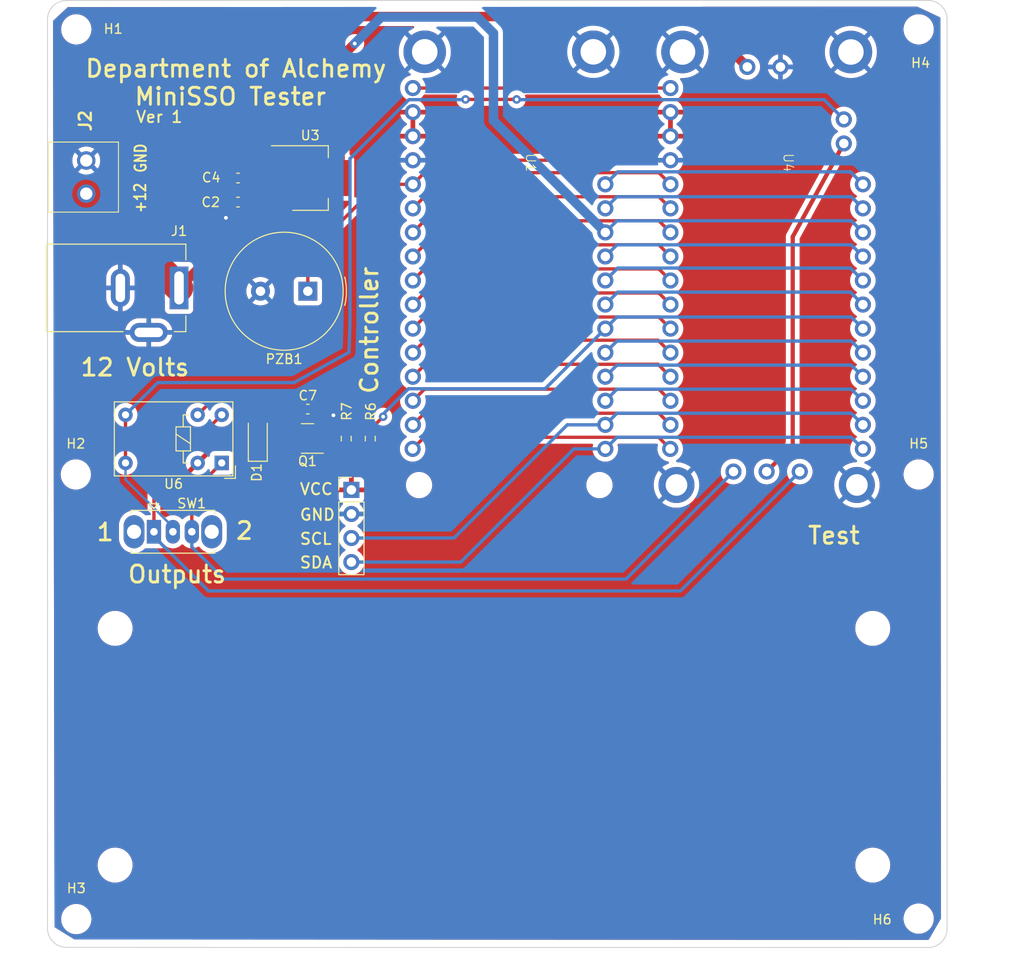
<source format=kicad_pcb>
(kicad_pcb (version 20221018) (generator pcbnew)
  (title_block (title "MiniSSO Tester") (rev "1") (company "Department of Alchemy"))
  (layers (0 "F.Cu" signal) (31 "B.Cu" signal) (34 "B.Paste" user) (35 "F.Paste" user) (36 "B.SilkS" user "B.Silkscreen") (37 "F.SilkS" user "F.Silkscreen") (38 "B.Mask" user) (39 "F.Mask" user) (44 "Edge.Cuts" user))
  (net 0 "")
  (net 1 "GND")
  (net 2 "+12V")
  (net 3 "+5V")
  (net 4 "+3.3V")
  (net 5 "Net-(D1-A)")
  (net 6 "/A0")
  (net 7 "Net-(Q1-B)")
  (net 8 "/SCL")
  (net 9 "/SDA")
  (net 10 "/D5")
  (net 11 "/D6")
  (net 12 "/D9")
  (net 13 "/D10")
  (net 14 "Net-(SW1-A)")
  (net 15 "Net-(SW1-B)")
  (net 16 "Net-(SW1-C)")
  (net 17 "/Rst")
  (net 18 "/A1")
  (net 19 "/A2")
  (net 20 "/A3")
  (net 21 "/A4")
  (net 22 "/A5")
  (net 23 "/SCK")
  (net 24 "/MO")
  (net 25 "/MI")
  (net 26 "/RX")
  (net 27 "/TX")
  (net 28 "/TXD0")
  (net 29 "/D11")
  (net 30 "/D12")
  (net 31 "/D13")
  (net 32 "/EN")
  (net 33 "/Bat")
  (net 34 "Net-(U4-OutputPwrA)")
  (footprint "Capacitor_SMD:C_0603_1608Metric_Pad1.08x0.95mm_HandSolder" (layer "F.Cu") (at 72.83 81.04 180)
    (fp_text reference "C2" (at 2.88 -0.01) (layer "F.SilkS"))
    (fp_text value "10uF")
    (fp_line (start -0.146267 -0.51) (end 0.146267 -0.51) (stroke (width 0.12)) (layer "F.SilkS"))
    (fp_line (start -0.146267 0.51) (end 0.146267 0.51) (stroke (width 0.12)) (layer "F.SilkS"))
    (pad "1" smd roundrect (at -0.8625 0 180) (size 1.075 0.95) (layers "F.Cu" "F.Paste" "F.Mask") (net 2 "+12V"))
    (pad "2" smd roundrect (at 0.8625 0 180) (size 1.075 0.95) (layers "F.Cu" "F.Paste" "F.Mask") (net 1 "GND"))
  )
  (footprint "MountingHole:MountingHole_2.7mm_M2.5_ISO14580" (layer "F.Cu") (at 55.75 62.8)
    (fp_text reference "H1" (at 3.9 -0.05) (layer "F.SilkS"))
    (fp_text value "Tester-MountingHole")
    (pad "" np_thru_hole circle (at 0 0) (size 2.7 2.7) (drill 2.7) (layers "*.Cu" "*.Mask"))
  )
  (footprint "Connector_PinHeader_2.54mm:PinHeader_1x04_P2.54mm_Vertical" (layer "F.Cu") (at 84.8 111.43)
    (fp_text reference "J3")
    (fp_text value "Conn_01x04_Pin")
    (fp_line (start -1.33 -1.33) (end 0 -1.33) (stroke (width 0.12)) (layer "F.SilkS"))
    (fp_line (start -1.33 0) (end -1.33 -1.33) (stroke (width 0.12)) (layer "F.SilkS"))
    (fp_line (start -1.33 1.27) (end -1.33 8.95) (stroke (width 0.12)) (layer "F.SilkS"))
    (fp_line (start -1.33 1.27) (end 1.33 1.27) (stroke (width 0.12)) (layer "F.SilkS"))
    (fp_line (start -1.33 8.95) (end 1.33 8.95) (stroke (width 0.12)) (layer "F.SilkS"))
    (fp_line (start 1.33 1.27) (end 1.33 8.95) (stroke (width 0.12)) (layer "F.SilkS"))
    (pad "1" thru_hole rect (at 0 0) (size 1.7 1.7) (drill 1) (layers "*.Cu" "*.Mask") (net 4 "+3.3V"))
    (pad "2" thru_hole oval (at 0 2.54) (size 1.7 1.7) (drill 1) (layers "*.Cu" "*.Mask") (net 1 "GND"))
    (pad "3" thru_hole oval (at 0 5.08) (size 1.7 1.7) (drill 1) (layers "*.Cu" "*.Mask") (net 8 "/SCL"))
    (pad "4" thru_hole oval (at 0 7.62) (size 1.7 1.7) (drill 1) (layers "*.Cu" "*.Mask") (net 9 "/SDA"))
  )
  (footprint "Capacitor_SMD:C_0603_1608Metric_Pad1.08x0.95mm_HandSolder" (layer "F.Cu") (at 80.2 102.9)
    (fp_text reference "C7" (at 0 -1.43) (layer "F.SilkS"))
    (fp_text value "10uF")
    (fp_line (start -0.146267 -0.51) (end 0.146267 -0.51) (stroke (width 0.12)) (layer "F.SilkS"))
    (fp_line (start -0.146267 0.51) (end 0.146267 0.51) (stroke (width 0.12)) (layer "F.SilkS"))
    (pad "1" smd roundrect (at -0.8625 0) (size 1.075 0.95) (layers "F.Cu" "F.Paste" "F.Mask") (net 4 "+3.3V"))
    (pad "2" smd roundrect (at 0.8625 0) (size 1.075 0.95) (layers "F.Cu" "F.Paste" "F.Mask") (net 1 "GND"))
  )
  (footprint "Resistor_SMD:R_0603_1608Metric_Pad0.98x0.95mm_HandSolder" (layer "F.Cu") (at 86.79 106.0125 -90)
    (fp_text reference "R6" (at -2.8625 -0.06 90) (layer "F.SilkS"))
    (fp_text value "1K")
    (fp_line (start -0.254724 -0.5225) (end 0.254724 -0.5225) (stroke (width 0.12)) (layer "F.SilkS"))
    (fp_line (start -0.254724 0.5225) (end 0.254724 0.5225) (stroke (width 0.12)) (layer "F.SilkS"))
    (pad "1" smd roundrect (at -0.9125 0 270) (size 0.975 0.95) (layers "F.Cu" "F.Paste" "F.Mask") (net 13 "/D10"))
    (pad "2" smd roundrect (at 0.9125 0 270) (size 0.975 0.95) (layers "F.Cu" "F.Paste" "F.Mask") (net 7 "Net-(Q1-B)"))
  )
  (footprint "MountingHole:MountingHole_2.7mm_M2.5_ISO14580" (layer "F.Cu") (at 55.7 109.8)
    (fp_text reference "H2" (at 0 -3.25) (layer "F.SilkS"))
    (fp_text value "Tester-MountingHole")
    (pad "" np_thru_hole circle (at 0 0) (size 2.7 2.7) (drill 2.7) (layers "*.Cu" "*.Mask"))
  )
  (footprint "Diode_SMD:D_SOD-123" (layer "F.Cu") (at 74.915 106.045 90)
    (fp_text reference "D1" (at -3.555 -0.115 90) (layer "F.SilkS"))
    (fp_text value "1N4148W-AU_R1_000A1")
    (fp_line (start -2.36 -1) (end -2.36 1) (stroke (width 0.12)) (layer "F.SilkS"))
    (fp_line (start -2.36 -1) (end 1.65 -1) (stroke (width 0.12)) (layer "F.SilkS"))
    (fp_line (start -2.36 1) (end 1.65 1) (stroke (width 0.12)) (layer "F.SilkS"))
    (pad "1" smd roundrect (at -1.65 0 90) (size 0.9 1.2) (layers "F.Cu" "F.Paste" "F.Mask") (net 4 "+3.3V"))
    (pad "2" smd roundrect (at 1.65 0 90) (size 0.9 1.2) (layers "F.Cu" "F.Paste" "F.Mask") (net 5 "Net-(D1-A)"))
  )
  (footprint "MountingHole:MountingHole_2.7mm_M2.5_ISO14580" (layer "F.Cu") (at 55.75 156.75)
    (fp_text reference "H3" (at 0 -3.25) (layer "F.SilkS"))
    (fp_text value "Tester-MountingHole")
    (pad "" np_thru_hole circle (at 0 0) (size 2.7 2.7) (drill 2.7) (layers "*.Cu" "*.Mask"))
  )
  (footprint "MountingHole:MountingHole_2.7mm_M2.5_ISO14580" (layer "F.Cu") (at 144.7 62.8)
    (fp_text reference "H4" (at 0.2 3.55) (layer "F.SilkS"))
    (fp_text value "Tester-MountingHole")
    (pad "" np_thru_hole circle (at 0 0) (size 2.7 2.7) (drill 2.7) (layers "*.Cu" "*.Mask"))
  )
  (footprint "Department of Alchemy:691214110002" (layer "F.Cu") (at 56.8 80.15 90)
    (fp_text reference "J2" (at 7.7 -0.1 90) (layer "F.SilkS") (effects (font (size 1.27 1.27) (thickness 0.254))))
    (fp_text value "Conn_01x02" hide)
    (fp_line (start -1.95 -4) (end 5.45 -4) (stroke (width 0.1)) (layer "F.SilkS"))
    (fp_line (start -1.95 3.4) (end -1.95 -4) (stroke (width 0.1)) (layer "F.SilkS"))
    (fp_line (start 5.45 -4) (end 5.45 3.4) (stroke (width 0.1)) (layer "F.SilkS"))
    (fp_line (start 5.45 3.4) (end -1.95 3.4) (stroke (width 0.1)) (layer "F.SilkS"))
    (pad "1" thru_hole circle (at 0 0 90) (size 1.95 1.95) (drill 1.3) (layers "*.Cu" "*.Mask") (net 2 "+12V"))
    (pad "2" thru_hole circle (at 3.5 0 90) (size 1.95 1.95) (drill 1.3) (layers "*.Cu" "*.Mask") (net 1 "GND"))
  )
  (footprint "Relay_THT:Relay_SPDT_HsinDa_Y14" (layer "F.Cu") (at 71.105 108.585 180)
    (fp_text reference "U6" (at 5.08 -2.2098) (layer "F.SilkS"))
    (fp_text value "~")
    (fp_line (start -1.4478 -1.6256) (end -1.4478 -0.2921) (stroke (width 0.12)) (layer "F.SilkS"))
    (fp_line (start -1.18 -1.37) (end -1.18 6.45) (stroke (width 0.12)) (layer "F.SilkS"))
    (fp_line (start -1.18 6.45) (end 11.34 6.45) (stroke (width 0.12)) (layer "F.SilkS"))
    (fp_line (start -0.3048 -1.6256) (end -1.4478 -1.6256) (stroke (width 0.12)) (layer "F.SilkS"))
    (fp_line (start 3.302 1.27) (end 4.826 1.27) (stroke (width 0.12)) (layer "F.SilkS"))
    (fp_line (start 3.302 2.032) (end 4.826 3.048) (stroke (width 0.12)) (layer "F.SilkS"))
    (fp_line (start 3.302 3.81) (end 3.302 1.27) (stroke (width 0.12)) (layer "F.SilkS"))
    (fp_line (start 3.556 0) (end 4.064 0) (stroke (width 0.12)) (layer "F.SilkS"))
    (fp_line (start 4.064 0) (end 4.064 1.27) (stroke (width 0.12)) (layer "F.SilkS"))
    (fp_line (start 4.064 3.81) (end 4.064 5.08) (stroke (width 0.12)) (layer "F.SilkS"))
    (fp_line (start 4.064 5.08) (end 3.556 5.08) (stroke (width 0.12)) (layer "F.SilkS"))
    (fp_line (start 4.826 1.27) (end 4.826 3.81) (stroke (width 0.12)) (layer "F.SilkS"))
    (fp_line (start 4.826 3.81) (end 3.302 3.81) (stroke (width 0.12)) (layer "F.SilkS"))
    (fp_line (start 11.34 -1.37) (end -1.18 -1.37) (stroke (width 0.12)) (layer "F.SilkS"))
    (fp_line (start 11.34 6.45) (end 11.34 -1.37) (stroke (width 0.12)) (layer "F.SilkS"))
    (pad "1" thru_hole rect (at 0 0 180) (size 1.524 1.524) (drill 0.762) (layers "*.Cu" "*.Mask") (net 16 "Net-(SW1-C)"))
    (pad "2" thru_hole circle (at 0 5.08 180) (size 1.524 1.524) (drill 0.762) (layers "*.Cu" "*.Mask") (net 14 "Net-(SW1-A)"))
    (pad "3" thru_hole circle (at 2.54 0 180) (size 1.524 1.524) (drill 0.762) (layers "*.Cu" "*.Mask") (net 4 "+3.3V"))
    (pad "4" thru_hole circle (at 2.54 5.08 180) (size 1.524 1.524) (drill 0.762) (layers "*.Cu" "*.Mask") (net 5 "Net-(D1-A)"))
    (pad "5" thru_hole circle (at 10.16 0 180) (size 1.524 1.524) (drill 0.762) (layers "*.Cu" "*.Mask") (net 15 "Net-(SW1-B)"))
    (pad "6" thru_hole circle (at 10.16 5.08 180) (size 1.524 1.524) (drill 0.762) (layers "*.Cu" "*.Mask") (net 15 "Net-(SW1-B)"))
  )
  (footprint "Button_Switch_THT:SW_Slide_1P2T_CK_OS102011MS2Q" (layer "F.Cu") (at 63.95 115.85)
    (fp_text reference "SW1" (at 3.99 -2.99) (layer "F.SilkS"))
    (fp_text value "SW_SPDT")
    (fp_line (start -2.41 -2.26) (end 6.41 -2.26) (stroke (width 0.12)) (layer "F.SilkS"))
    (fp_line (start -2.41 -1.95) (end -2.41 -2.26) (stroke (width 0.12)) (layer "F.SilkS"))
    (fp_line (start -2.41 2.26) (end -2.41 1.95) (stroke (width 0.12)) (layer "F.SilkS"))
    (fp_line (start -0.5 -2.96) (end 0 -2.46) (stroke (width 0.12)) (layer "F.SilkS"))
    (fp_line (start 0 -2.46) (end 0.5 -2.96) (stroke (width 0.12)) (layer "F.SilkS"))
    (fp_line (start 0.5 -2.96) (end -0.5 -2.96) (stroke (width 0.12)) (layer "F.SilkS"))
    (fp_line (start 6.41 -2.26) (end 6.41 -1.95) (stroke (width 0.12)) (layer "F.SilkS"))
    (fp_line (start 6.41 2.26) (end -2.41 2.26) (stroke (width 0.12)) (layer "F.SilkS"))
    (fp_line (start 6.41 2.26) (end 6.41 1.95) (stroke (width 0.12)) (layer "F.SilkS"))
    (pad "" thru_hole oval (at -2.1 0) (size 2.2 3.5) (drill 1.5) (layers "*.Cu" "*.Mask"))
    (pad "" thru_hole oval (at 6.1 0) (size 2.2 3.5) (drill 1.5) (layers "*.Cu" "*.Mask"))
    (pad "1" thru_hole rect (at 0 0) (size 1.5 2.5) (drill 0.8) (layers "*.Cu" "*.Mask") (net 14 "Net-(SW1-A)"))
    (pad "2" thru_hole oval (at 2 0) (size 1.5 2.5) (drill 0.8) (layers "*.Cu" "*.Mask") (net 15 "Net-(SW1-B)"))
    (pad "3" thru_hole oval (at 4 0) (size 1.5 2.5) (drill 0.8) (layers "*.Cu" "*.Mask") (net 16 "Net-(SW1-C)"))
  )
  (footprint "Package_TO_SOT_SMD:SOT-223-3_TabPin2" (layer "F.Cu") (at 80.45 78.5)
    (fp_text reference "U3" (at 0 -4.5) (layer "F.SilkS"))
    (fp_text value "AZ1117IH-5.0TRG1_SOT223")
    (fp_line (start -4.1 -3.41) (end 1.91 -3.41) (stroke (width 0.12)) (layer "F.SilkS"))
    (fp_line (start -1.85 3.41) (end 1.91 3.41) (stroke (width 0.12)) (layer "F.SilkS"))
    (fp_line (start 1.91 -3.41) (end 1.91 -2.15) (stroke (width 0.12)) (layer "F.SilkS"))
    (fp_line (start 1.91 3.41) (end 1.91 2.15) (stroke (width 0.12)) (layer "F.SilkS"))
    (pad "1" smd rect (at -3.15 -2.3) (size 2 1.5) (layers "F.Cu" "F.Paste" "F.Mask") (net 1 "GND"))
    (pad "2" smd rect (at -3.15 0) (size 2 1.5) (layers "F.Cu" "F.Paste" "F.Mask") (net 3 "+5V"))
    (pad "2" smd rect (at 3.15 0) (size 2 3.8) (layers "F.Cu" "F.Paste" "F.Mask") (net 3 "+5V"))
    (pad "3" smd rect (at -3.15 2.3) (size 2 1.5) (layers "F.Cu" "F.Paste" "F.Mask") (net 2 "+12V"))
  )
  (footprint "Buzzer_Beeper:Buzzer_TDK_PS1240P02BT_D12.2mm_H6.5mm" (layer "F.Cu") (at 80.2 90.45 180)
    (fp_text reference "PZB1" (at 2.5 -7.17) (layer "F.SilkS"))
    (fp_text value "~")
    (fp_arc (start -3.9 1.499999) (mid -4.073431 0) (end -3.9 -1.5) (stroke (width 0.12)) (layer "F.SilkS"))
    (fp_circle (center 2.5 0) (end 8.73 0) (stroke (width 0.12)) (fill none) (layer "F.SilkS"))
    (pad "1" thru_hole rect (at 0 0 180) (size 2 2) (drill 1) (layers "*.Cu" "*.Mask") (net 6 "/A0"))
    (pad "2" thru_hole circle (at 5 0 180) (size 2 2) (drill 1) (layers "*.Cu" "*.Mask") (net 1 "GND"))
  )
  (footprint "Department of Alchemy:Feather Pins" (layer "F.Cu") (at 89.843 62.4722 -90)
    (fp_text reference "U1" (at 14.4018 -13.8938 -90 unlocked) (layer "F.SilkS") (effects (font (thickness 0.1))))
    (fp_text value "~")
    (pad "" np_thru_hole circle (at 48.45 -21.15 270) (size 2.286 2.286) (drill 2.286) (layers "F&B.Cu" "*.Mask"))
    (pad "" np_thru_hole circle (at 48.45 -2.1 270) (size 2.286 2.286) (drill 2.286) (layers "F&B.Cu" "*.Mask"))
    (pad "1" thru_hole oval (at 6.5278 -1.4478 270) (size 1.7 1.7) (drill 1) (layers "*.Cu" "*.Mask") (net 17 "/Rst"))
    (pad "2" thru_hole oval (at 9.0678 -1.4478 270) (size 1.7 1.7) (drill 1) (layers "*.Cu" "*.Mask") (net 4 "+3.3V"))
    (pad "3" thru_hole oval (at 11.6078 -1.4478 270) (size 1.7 1.7) (drill 1) (layers "*.Cu" "*.Mask") (net 4 "+3.3V"))
    (pad "4" thru_hole oval (at 14.1478 -1.4478 270) (size 1.7 1.7) (drill 1) (layers "*.Cu" "*.Mask") (net 1 "GND"))
    (pad "5" thru_hole oval (at 16.6878 -1.4478 270) (size 1.7 1.7) (drill 1) (layers "*.Cu" "*.Mask") (net 6 "/A0"))
    (pad "6" thru_hole oval (at 19.2278 -1.4478 270) (size 1.7 1.7) (drill 1) (layers "*.Cu" "*.Mask") (net 18 "/A1"))
    (pad "7" thru_hole oval (at 21.7678 -1.4478 270) (size 1.7 1.7) (drill 1) (layers "*.Cu" "*.Mask") (net 19 "/A2"))
    (pad "8" thru_hole oval (at 24.3078 -1.4478 270) (size 1.7 1.7) (drill 1) (layers "*.Cu" "*.Mask") (net 20 "/A3"))
    (pad "9" thru_hole oval (at 26.8478 -1.4478 270) (size 1.7 1.7) (drill 1) (layers "*.Cu" "*.Mask") (net 21 "/A4"))
    (pad "10" thru_hole oval (at 29.3878 -1.4478 270) (size 1.7 1.7) (drill 1) (layers "*.Cu" "*.Mask") (net 22 "/A5"))
    (pad "11" thru_hole oval (at 31.9278 -1.4478 270) (size 1.7 1.7) (drill 1) (layers "*.Cu" "*.Mask") (net 23 "/SCK"))
    (pad "12" thru_hole oval (at 34.4678 -1.4478 270) (size 1.7 1.7) (drill 1) (layers "*.Cu" "*.Mask") (net 24 "/MO"))
    (pad "13" thru_hole oval (at 37.0078 -1.4478 270) (size 1.7 1.7) (drill 1) (layers "*.Cu" "*.Mask") (net 25 "/MI"))
    (pad "14" thru_hole oval (at 39.5478 -1.4478 270) (size 1.7 1.7) (drill 1) (layers "*.Cu" "*.Mask") (net 26 "/RX"))
    (pad "15" thru_hole oval (at 42.0878 -1.4478 270) (size 1.7 1.7) (drill 1) (layers "*.Cu" "*.Mask") (net 27 "/TX"))
    (pad "16" thru_hole oval (at 44.6278 -1.4224 270) (size 1.7 1.7) (drill 1) (layers "*.Cu" "*.Mask") (net 28 "/TXD0"))
    (pad "17" thru_hole oval (at 44.6278 -21.7678 270) (size 1.7 1.7) (drill 1) (layers "*.Cu" "*.Mask") (net 9 "/SDA"))
    (pad "18" thru_hole oval (at 42.0878 -21.7678 270) (size 1.7 1.7) (drill 1) (layers "*.Cu" "*.Mask") (net 8 "/SCL"))
    (pad "19" thru_hole oval (at 39.5478 -21.7678 270) (size 1.7 1.7) (drill 1) (layers "*.Cu" "*.Mask") (net 10 "/D5"))
    (pad "20" thru_hole oval (at 37.0078 -21.7678 270) (size 1.7 1.7) (drill 1) (layers "*.Cu" "*.Mask") (net 11 "/D6"))
    (pad "21" thru_hole oval (at 34.4678 -21.7678 270) (size 1.7 1.7) (drill 1) (layers "*.Cu" "*.Mask") (net 12 "/D9"))
    (pad "22" thru_hole oval (at 31.9278 -21.7678 270) (size 1.7 1.7) (drill 1) (layers "*.Cu" "*.Mask") (net 13 "/D10"))
    (pad "23" thru_hole oval (at 29.3878 -21.7678 270) (size 1.7 1.7) (drill 1) (layers "*.Cu" "*.Mask") (net 29 "/D11"))
    (pad "24" thru_hole oval (at 26.8478 -21.7678 270) (size 1.7 1.7) (drill 1) (layers "*.Cu" "*.Mask") (net 30 "/D12"))
    (pad "25" thru_hole oval (at 24.3078 -21.7678 270) (size 1.7 1.7) (drill 1) (layers "*.Cu" "*.Mask") (net 31 "/D13"))
    (pad "26" thru_hole oval (at 21.7678 -21.7678 270) (size 1.7 1.7) (drill 1) (layers "*.Cu" "*.Mask") (net 3 "+5V"))
    (pad "27" thru_hole oval (at 19.2278 -21.7678 270) (size 1.7 1.7) (drill 1) (layers "*.Cu" "*.Mask") (net 32 "/EN"))
    (pad "28" thru_hole oval (at 16.6878 -21.7678 270) (size 1.7 1.7) (drill 1) (layers "*.Cu" "*.Mask") (net 33 "/Bat"))
    (pad "29" thru_hole circle (at 2.7 -2.7 270) (size 4.5 4.5) (drill 2.7) (layers "*.Cu" "*.Mask") (net 1 "GND"))
    (pad "30" thru_hole circle (at 2.7 -20.5 270) (size 4.5 4.5) (drill 2.7) (layers "*.Cu" "*.Mask") (net 1 "GND"))
  )
  (footprint "Department of Alchemy:Waveshare-19537-LCD1602-RGB" (layer "F.Cu") (at 99.85 138.55)
    (fp_text reference "U2")
    (fp_text value "~")
    (pad "" np_thru_hole circle (at -40 -12.5) (size 3.2 3.2) (drill 3.2) (layers "F&B.Cu" "*.Mask"))
    (pad "" np_thru_hole circle (at -40 12.5) (size 3.2 3.2) (drill 3.2) (layers "F&B.Cu" "*.Mask"))
    (pad "" np_thru_hole circle (at 40 -12.5) (size 3.2 3.2) (drill 3.2) (layers "F&B.Cu" "*.Mask"))
    (pad "" np_thru_hole circle (at 40 12.5) (size 3.2 3.2) (drill 3.2) (layers "F&B.Cu" "*.Mask"))
  )
  (footprint "Package_TO_SOT_SMD:SOT-23" (layer "F.Cu") (at 80.1625 106 180)
    (fp_text reference "Q1" (at 0 -2.4) (layer "F.SilkS"))
    (fp_text value "MMBT4401" hide)
    (fp_line (start 0 -1.56) (end -1.675 -1.56) (stroke (width 0.12)) (layer "F.SilkS"))
    (fp_line (start 0 -1.56) (end 0.65 -1.56) (stroke (width 0.12)) (layer "F.SilkS"))
    (fp_line (start 0 1.56) (end -0.65 1.56) (stroke (width 0.12)) (layer "F.SilkS"))
    (fp_line (start 0 1.56) (end 0.65 1.56) (stroke (width 0.12)) (layer "F.SilkS"))
    (pad "1" smd roundrect (at -0.9375 -0.95 180) (size 1.475 0.6) (layers "F.Cu" "F.Paste" "F.Mask") (net 7 "Net-(Q1-B)"))
    (pad "2" smd roundrect (at -0.9375 0.95 180) (size 1.475 0.6) (layers "F.Cu" "F.Paste" "F.Mask") (net 1 "GND"))
    (pad "3" smd roundrect (at 0.9375 0 180) (size 1.475 0.6) (layers "F.Cu" "F.Paste" "F.Mask") (net 5 "Net-(D1-A)"))
  )
  (footprint "Department of Alchemy:MiniSSO-ThroughHole" (layer "F.Cu") (at 117.043 62.4722 -90)
    (fp_text reference "U4" (at 14.4018 -13.8938 -90 unlocked) (layer "F.SilkS") (effects (font (thickness 0.1))))
    (fp_text value "MiniSSO")
    (pad "1" thru_hole oval (at 6.5278 -1.4478 270) (size 1.7 1.7) (drill 1) (layers "*.Cu" "*.Mask") (net 17 "/Rst"))
    (pad "2" thru_hole oval (at 9.0678 -1.4478 270) (size 1.7 1.7) (drill 1) (layers "*.Cu" "*.Mask") (net 4 "+3.3V"))
    (pad "3" thru_hole oval (at 11.6078 -1.4478 270) (size 1.7 1.7) (drill 1) (layers "*.Cu" "*.Mask") (net 4 "+3.3V"))
    (pad "4" thru_hole oval (at 14.1478 -1.4478 270) (size 1.7 1.7) (drill 1) (layers "*.Cu" "*.Mask") (net 1 "GND"))
    (pad "5" thru_hole oval (at 16.6878 -1.4478 270) (size 1.7 1.7) (drill 1) (layers "*.Cu" "*.Mask") (net 6 "/A0"))
    (pad "6" thru_hole oval (at 19.2278 -1.4478 270) (size 1.7 1.7) (drill 1) (layers "*.Cu" "*.Mask") (net 18 "/A1"))
    (pad "7" thru_hole oval (at 21.7678 -1.4478 270) (size 1.7 1.7) (drill 1) (layers "*.Cu" "*.Mask") (net 19 "/A2"))
    (pad "8" thru_hole oval (at 24.3078 -1.4478 270) (size 1.7 1.7) (drill 1) (layers "*.Cu" "*.Mask") (net 20 "/A3"))
    (pad "9" thru_hole oval (at 26.8478 -1.4478 270) (size 1.7 1.7) (drill 1) (layers "*.Cu" "*.Mask") (net 21 "/A4"))
    (pad "10" thru_hole oval (at 29.3878 -1.4478 270) (size 1.7 1.7) (drill 1) (layers "*.Cu" "*.Mask") (net 22 "/A5"))
    (pad "11" thru_hole oval (at 31.9278 -1.4478 270) (size 1.7 1.7) (drill 1) (layers "*.Cu" "*.Mask") (net 23 "/SCK"))
    (pad "12" thru_hole oval (at 34.4678 -1.4478 270) (size 1.7 1.7) (drill 1) (layers "*.Cu" "*.Mask") (net 24 "/MO"))
    (pad "13" thru_hole oval (at 37.0078 -1.4478 270) (size 1.7 1.7) (drill 1) (layers "*.Cu" "*.Mask") (net 25 "/MI"))
    (pad "14" thru_hole oval (at 39.5478 -1.4478 270) (size 1.7 1.7) (drill 1) (layers "*.Cu" "*.Mask") (net 26 "/RX"))
    (pad "15" thru_hole oval (at 42.0878 -1.4478 270) (size 1.7 1.7) (drill 1) (layers "*.Cu" "*.Mask") (net 27 "/TX"))
    (pad "16" thru_hole oval (at 44.6278 -1.4224 270) (size 1.7 1.7) (drill 1) (layers "*.Cu" "*.Mask") (net 28 "/TXD0"))
    (pad "17" thru_hole oval (at 44.6278 -21.7678 270) (size 1.7 1.7) (drill 1) (layers "*.Cu" "*.Mask") (net 9 "/SDA"))
    (pad "18" thru_hole oval (at 42.0878 -21.7678 270) (size 1.7 1.7) (drill 1) (layers "*.Cu" "*.Mask") (net 8 "/SCL"))
    (pad "19" thru_hole oval (at 39.5478 -21.7678 270) (size 1.7 1.7) (drill 1) (layers "*.Cu" "*.Mask") (net 10 "/D5"))
    (pad "20" thru_hole oval (at 37.0078 -21.7678 270) (size 1.7 1.7) (drill 1) (layers "*.Cu" "*.Mask") (net 11 "/D6"))
    (pad "21" thru_hole oval (at 34.4678 -21.7678 270) (size 1.7 1.7) (drill 1) (layers "*.Cu" "*.Mask") (net 12 "/D9"))
    (pad "22" thru_hole oval (at 31.9278 -21.7678 270) (size 1.7 1.7) (drill 1) (layers "*.Cu" "*.Mask") (net 13 "/D10"))
    (pad "23" thru_hole oval (at 29.3878 -21.7678 270) (size 1.7 1.7) (drill 1) (layers "*.Cu" "*.Mask") (net 29 "/D11"))
    (pad "24" thru_hole oval (at 26.8478 -21.7678 270) (size 1.7 1.7) (drill 1) (layers "*.Cu" "*.Mask") (net 30 "/D12"))
    (pad "25" thru_hole oval (at 24.3078 -21.7678 270) (size 1.7 1.7) (drill 1) (layers "*.Cu" "*.Mask") (net 31 "/D13"))
    (pad "26" thru_hole oval (at 21.7678 -21.7678 270) (size 1.7 1.7) (drill 1) (layers "*.Cu" "*.Mask") (net 3 "+5V"))
    (pad "27" thru_hole oval (at 19.2278 -21.7678 270) (size 1.7 1.7) (drill 1) (layers "*.Cu" "*.Mask") (net 32 "/EN"))
    (pad "28" thru_hole oval (at 16.6878 -21.7678 270) (size 1.7 1.7) (drill 1) (layers "*.Cu" "*.Mask") (net 33 "/Bat"))
    (pad "29" thru_hole oval (at 12.3754 -19.7522 270) (size 1.7 1.7) (drill 1) (layers "*.Cu" "*.Mask") (net 34 "Net-(U4-OutputPwrA)"))
    (pad "30" thru_hole oval (at 9.8354 -19.7522 270) (size 1.7 1.7) (drill 1) (layers "*.Cu" "*.Mask") (net 15 "Net-(SW1-B)"))
    (pad "31" thru_hole oval (at 4.2954 -13.0622 270) (size 1.7 1.7) (drill 1) (layers "*.Cu" "*.Mask") (net 1 "GND"))
    (pad "32" thru_hole oval (at 4.2954 -9.5622 270) (size 1.7 1.7) (drill 1) (layers "*.Cu" "*.Mask") (net 2 "+12V"))
    (pad "33" thru_hole oval (at 47.0254 -8.1022 270) (size 1.7 1.7) (drill 1) (layers "*.Cu" "*.Mask") (net 16 "Net-(SW1-C)"))
    (pad "34" thru_hole oval (at 47.0254 -11.6022 270) (size 1.7 1.7) (drill 1) (layers "*.Cu" "*.Mask") (net 34 "Net-(U4-OutputPwrA)"))
    (pad "35" thru_hole oval (at 47.0254 -15.1022 270) (size 1.7 1.7) (drill 1) (layers "*.Cu" "*.Mask") (net 14 "Net-(SW1-A)"))
    (pad "36" thru_hole circle (at 2.7178 -2.7178 270) (size 4.5 4.5) (drill 2.7) (layers "*.Cu" "*.Mask") (net 1 "GND"))
    (pad "37" thru_hole circle (at 2.7178 -20.4978 270) (size 4.5 4.5) (drill 2.7) (layers "*.Cu" "*.Mask") (net 1 "GND"))
    (pad "38" thru_hole circle (at 48.4378 -2.0828 270) (size 3.81 3.81) (drill 2.286) (layers "*.Cu" "*.Mask") (net 1 "GND"))
    (pad "39" thru_hole circle (at 48.4378 -21.1328 270) (size 3.81 3.81) (drill 2.286) (layers "*.Cu" "*.Mask") (net 1 "GND"))
  )
  (footprint "MountingHole:MountingHole_2.7mm_M2.5_ISO14580" (layer "F.Cu") (at 144.7 109.8)
    (fp_text reference "H5" (at 0 -3.25) (layer "F.SilkS"))
    (fp_text value "Tester-MountingHole")
    (pad "" np_thru_hole circle (at 0 0) (size 2.7 2.7) (drill 2.7) (layers "*.Cu" "*.Mask"))
  )
  (footprint "Connector_BarrelJack:BarrelJack_Kycon_KLDX-0202-xC_Horizontal" (layer "F.Cu") (at 66.6 90.1)
    (fp_text reference "J1" (at 0 -6 unlocked) (layer "F.SilkS"))
    (fp_text value "Barrel_Jack_Switch")
    (fp_line (start -14.02 -4.62) (end -14.02 4.62) (stroke (width 0.12)) (layer "F.SilkS"))
    (fp_line (start -14.02 4.62) (end -5.9 4.62) (stroke (width 0.12)) (layer "F.SilkS"))
    (fp_line (start -0.5 4.62) (end 0.72 4.62) (stroke (width 0.12)) (layer "F.SilkS"))
    (fp_line (start 0.72 -4.62) (end -14.02 -4.62) (stroke (width 0.12)) (layer "F.SilkS"))
    (fp_line (start 0.72 -2.95) (end 0.72 -4.62) (stroke (width 0.12)) (layer "F.SilkS"))
    (fp_line (start 0.72 4.62) (end 0.72 2.95) (stroke (width 0.12)) (layer "F.SilkS"))
    (pad "1" thru_hole rect (at 0 0) (size 2 4.5) (drill oval 1 3.5) (layers "*.Cu" "*.Mask") (net 2 "+12V"))
    (pad "2" thru_hole oval (at -6.2 0) (size 2 4) (drill oval 1 3) (layers "*.Cu" "*.Mask") (net 1 "GND"))
    (pad "3" thru_hole oval (at -3.2 4.7 90) (size 2 4) (drill oval 1 3) (layers "*.Cu" "*.Mask") (net 1 "GND"))
  )
  (footprint "Capacitor_SMD:C_0603_1608Metric_Pad1.08x0.95mm_HandSolder" (layer "F.Cu") (at 72.83 78.5 180)
    (fp_text reference "C4" (at 2.83 0.05) (layer "F.SilkS"))
    (fp_text value "22uF")
    (fp_line (start -0.146267 -0.51) (end 0.146267 -0.51) (stroke (width 0.12)) (layer "F.SilkS"))
    (fp_line (start -0.146267 0.51) (end 0.146267 0.51) (stroke (width 0.12)) (layer "F.SilkS"))
    (pad "1" smd roundrect (at -0.8625 0 180) (size 1.075 0.95) (layers "F.Cu" "F.Paste" "F.Mask") (net 3 "+5V"))
    (pad "2" smd roundrect (at 0.8625 0 180) (size 1.075 0.95) (layers "F.Cu" "F.Paste" "F.Mask") (net 1 "GND"))
  )
  (footprint "Resistor_SMD:R_0603_1608Metric_Pad0.98x0.95mm_HandSolder" (layer "F.Cu") (at 84.25 106.0125 90)
    (fp_text reference "R7" (at 2.8625 0.05 90) (layer "F.SilkS"))
    (fp_text value "10K")
    (fp_line (start -0.254724 -0.5225) (end 0.254724 -0.5225) (stroke (width 0.12)) (layer "F.SilkS"))
    (fp_line (start -0.254724 0.5225) (end 0.254724 0.5225) (stroke (width 0.12)) (layer "F.SilkS"))
    (pad "1" smd roundrect (at -0.9125 0 90) (size 0.975 0.95) (layers "F.Cu" "F.Paste" "F.Mask") (net 7 "Net-(Q1-B)"))
    (pad "2" smd roundrect (at 0.9125 0 90) (size 0.975 0.95) (layers "F.Cu" "F.Paste" "F.Mask") (net 1 "GND"))
  )
  (footprint "MountingHole:MountingHole_2.7mm_M2.5_ISO14580" (layer "F.Cu") (at 144.7 156.7)
    (fp_text reference "H6" (at -3.85 0.1) (layer "F.SilkS"))
    (fp_text value "Tester-MountingHole")
    (pad "" np_thru_hole circle (at 0 0) (size 2.7 2.7) (drill 2.7) (layers "*.Cu" "*.Mask"))
  )
  (gr_line (start 52.714214 61.75) (end 52.714214 157.735786) (stroke (width 0.1)) (layer "Edge.Cuts"))
  (gr_line (start 145.7 59.75) (end 54.714214 59.75) (stroke (width 0.1)) (layer "Edge.Cuts"))
  (gr_line (start 147.7 157.75) (end 147.7 61.75) (stroke (width 0.1)) (layer "Edge.Cuts"))
  (gr_line (start 54.714214 159.735786) (end 145.7 159.75) (stroke (width 0.1)) (layer "Edge.Cuts"))
  (gr_arc (start 147.7 157.75) (mid 147.114214 159.164214) (end 145.7 159.75) (stroke (width 0.1)) (layer "Edge.Cuts"))
  (gr_arc (start 54.714214 159.735786) (mid 53.3 159.15) (end 52.714214 157.735786) (stroke (width 0.1)) (layer "Edge.Cuts"))
  (gr_arc (start 52.714214 61.75) (mid 53.3 60.335786) (end 54.714214 59.75) (stroke (width 0.1)) (layer "Edge.Cuts"))
  (gr_arc (start 145.7 59.75) (mid 147.114214 60.335786) (end 147.7 61.75) (stroke (width 0.1)) (layer "Edge.Cuts"))
  (gr_text "2" (at 72.45 116.8) (layer "F.SilkS") (effects (font (size 1.8 1.8) (thickness 0.3) bold) (justify left bottom)))
  (gr_text "+12" (at 63.2 82.3 90) (layer "F.SilkS") (effects (font (size 1.2 1) (thickness 0.2) bold) (justify left bottom)))
  (gr_text "Controller" (at 87.75 101.45 90) (layer "F.SilkS") (effects (font (size 1.8 1.8) (thickness 0.3) bold) (justify left bottom)))
  (gr_text "1" (at 57.75 116.95) (layer "F.SilkS") (effects (font (size 1.8 1.8) (thickness 0.3) bold) (justify left bottom)))
  (gr_text "MiniSSO Tester" (at 61.75 70.95) (layer "F.SilkS") (effects (font (size 1.8 1.8) (thickness 0.3) bold) (justify left bottom)))
  (gr_text "12 Volts" (at 56.05 99.55) (layer "F.SilkS") (effects (font (size 1.8 1.8) (thickness 0.3) bold) (justify left bottom)))
  (gr_text "Ver 1" (at 61.95 72.75) (layer "F.SilkS") (effects (font (size 1.2 1.2) (thickness 0.2) bold) (justify left bottom)))
  (gr_text "VCC" (at 79.25 112.05) (layer "F.SilkS") (effects (font (size 1.2 1.2) (thickness 0.2)) (justify left bottom)))
  (gr_text "SCL" (at 79.25 117.3) (layer "F.SilkS") (effects (font (size 1.2 1.2) (thickness 0.2)) (justify left bottom)))
  (gr_text "Test" (at 132.85 117.3) (layer "F.SilkS") (effects (font (size 1.8 1.8) (thickness 0.3) bold) (justify left bottom)))
  (gr_text "Outputs" (at 61.05 121.4) (layer "F.SilkS") (effects (font (size 1.8 1.8) (thickness 0.3) bold) (justify left bottom)))
  (gr_text "SDA" (at 79.25 119.8) (layer "F.SilkS") (effects (font (size 1.2 1.2) (thickness 0.2)) (justify left bottom)))
  (gr_text "GND" (at 63.25 78.05 90) (layer "F.SilkS") (effects (font (size 1.2 1) (thickness 0.2) bold) (justify left bottom)))
  (gr_text "GND" (at 79.25 114.75) (layer "F.SilkS") (effects (font (size 1.2 1.2) (thickness 0.2)) (justify left bottom)))
  (gr_text "Department of Alchemy" (at 56.55 68) (layer "F.SilkS") (effects (font (size 1.8 1.8) (thickness 0.3) bold) (justify left bottom)))
  (segment (start 71.9675 78.361675) (end 71.9675 78.5) (width 1) (layer "F.Cu") (net 1))
  (segment (start 84.25 104.9) (end 82.9 103.55) (width 0.35) (layer "F.Cu") (net 1))
  (segment (start 71.9675 78.5) (end 71.9675 81.04) (width 1) (layer "F.Cu") (net 1))
  (segment (start 81.1 105.05) (end 81.1 102.9375) (width 0.35) (layer "F.Cu") (net 1))
  (segment (start 81.1 105.05) (end 84.2 105.05) (width 0.35) (layer "F.Cu") (net 1))
  (segment (start 71.9675 82.2825) (end 71.55 82.7) (width 1) (layer "F.Cu") (net 1))
  (segment (start 84.2 105.05) (end 84.25 105.1) (width 0.35) (layer "F.Cu") (net 1))
  (segment (start 74.129175 76.2) (end 71.9675 78.361675) (width 1) (layer "F.Cu") (net 1))
  (segment (start 81.1 102.9375) (end 81.0625 102.9) (width 0.35) (layer "F.Cu") (net 1))
  (segment (start 71.9675 81.04) (end 71.9675 82.2825) (width 1) (layer "F.Cu") (net 1))
  (segment (start 77.3 76.2) (end 74.129175 76.2) (width 1) (layer "F.Cu") (net 1))
  (segment (start 91.2908 76.62) (end 118.4908 76.62) (width 0.35) (layer "F.Cu") (net 1))
  (segment (start 84.25 105.1) (end 84.25 104.9) (width 0.35) (layer "F.Cu") (net 1))
  (via (at 71.55 82.7) (size 0.9) (drill 0.4) (layers "F.Cu" "B.Cu") (net 1))
  (via (at 82.9 103.55) (size 0.9) (drill 0.4) (layers "F.Cu" "B.Cu") (net 1))
  (segment (start 83.1 103.55) (end 83.35 103.8) (width 0.35) (layer "B.Cu") (net 1))
  (segment (start 82.9 103.55) (end 83.1 103.55) (width 0.35) (layer "B.Cu") (net 1))
  (segment (start 56.8 80.3) (end 66.6 90.1) (width 3) (layer "F.Cu") (net 2))
  (segment (start 68.9 87.8) (end 66.6 90.1) (width 1) (layer "F.Cu") (net 2))
  (segment (start 77.3 80.8) (end 73.9325 80.8) (width 1) (layer "F.Cu") (net 2))
  (segment (start 121.2876 61.45) (end 75.5 61.45) (width 1) (layer "F.Cu") (net 2))
  (segment (start 126.6052 66.7676) (end 121.2876 61.45) (width 1) (layer "F.Cu") (net 2))
  (segment (start 56.8 80.15) (end 56.8 80.3) (width 3) (layer "F.Cu") (net 2))
  (segment (start 75.5 61.45) (end 56.8 80.15) (width 1) (layer "F.Cu") (net 2))
  (segment (start 70.3 87.8) (end 68.9 87.8) (width 1) (layer "F.Cu") (net 2))
  (segment (start 73.9325 80.8) (end 73.6925 81.04) (width 1) (layer "F.Cu") (net 2))
  (segment (start 77.3 80.8) (end 70.3 87.8) (width 1) (layer "F.Cu") (net 2))
  (segment (start 83.6 78.5) (end 83.6 65.85) (width 1) (layer "F.Cu") (net 3))
  (segment (start 73.6925 78.5) (end 77.3 78.5) (width 1) (layer "F.Cu") (net 3))
  (segment (start 83.6 65.85) (end 85.15 64.3) (width 1) (layer "F.Cu") (net 3))
  (via (at 85.15 64.3) (size 0.9) (drill 0.4) (layers "F.Cu" "B.Cu") (net 3))
  (segment (start 87.95 61.5) (end 98.1 61.5) (width 1) (layer "B.Cu") (net 3))
  (segment (start 112.8358 83.015) (end 137.5858 83.015) (width 0.35) (layer "B.Cu") (net 3))
  (segment (start 98.1 61.5) (end 99.8 63.2) (width 1) (layer "B.Cu") (net 3))
  (segment (start 111.6108 84.24) (end 112.8358 83.015) (width 0.35) (layer "B.Cu") (net 3))
  (segment (start 99.8 72.4292) (end 111.6108 84.24) (width 1) (layer "B.Cu") (net 3))
  (segment (start 137.5858 83.015) (end 138.8108 84.24) (width 0.35) (layer "B.Cu") (net 3))
  (segment (start 99.8 63.2) (end 99.8 72.4292) (width 1) (layer "B.Cu") (net 3))
  (segment (start 85.15 64.3) (end 87.95 61.5) (width 1) (layer "B.Cu") (net 3))
  (segment (start 74.668 107.448) (end 74.915 107.695) (width 0.35) (layer "F.Cu") (net 4))
  (segment (start 91.2908 74.08) (end 118.4908 74.08) (width 0.35) (layer "F.Cu") (net 4))
  (segment (start 91.2908 71.54) (end 118.4908 71.54) (width 0.35) (layer "F.Cu") (net 4))
  (segment (start 70.47 101.6) (end 68.565 103.505) (width 0.35) (layer "F.Cu") (net 5))
  (segment (start 74.915 103.315) (end 73.2 101.6) (width 0.35) (layer "F.Cu") (net 5))
  (segment (start 74.915 104.395) (end 74.915 103.315) (width 0.35) (layer "F.Cu") (net 5))
  (segment (start 76.52 106) (end 74.915 104.395) (width 0.35) (layer "F.Cu") (net 5))
  (segment (start 73.2 101.6) (end 70.47 101.6) (width 0.35) (layer "F.Cu") (net 5))
  (segment (start 79.225 106) (end 76.52 106) (width 0.35) (layer "F.Cu") (net 5))
  (segment (start 87.64 79.16) (end 91.2908 79.16) (width 0.35) (layer "F.Cu") (net 6))
  (segment (start 117.2658 77.935) (end 118.4908 79.16) (width 0.35) (layer "F.Cu") (net 6))
  (segment (start 80.2 86.6) (end 87.64 79.16) (width 0.35) (layer "F.Cu") (net 6))
  (segment (start 80.2 90.45) (end 80.2 86.6) (width 0.35) (layer "F.Cu") (net 6))
  (segment (start 91.2908 79.16) (end 92.5158 77.935) (width 0.35) (layer "F.Cu") (net 6))
  (segment (start 92.5158 77.935) (end 117.2658 77.935) (width 0.35) (layer "F.Cu") (net 6))
  (segment (start 81.1 106.95) (end 84.225 106.95) (width 0.35) (layer "F.Cu") (net 7))
  (segment (start 84.25 106.925) (end 86.79 106.925) (width 0.35) (layer "F.Cu") (net 7))
  (segment (start 84.225 106.95) (end 84.25 106.925) (width 0.35) (layer "F.Cu") (net 7))
  (segment (start 84.8 116.51) (end 95.64 116.51) (width 0.35) (layer "B.Cu") (net 8))
  (segment (start 95.64 116.51) (end 107.59 104.56) (width 0.35) (layer "B.Cu") (net 8))
  (segment (start 111.6108 104.56) (end 112.8358 103.335) (width 0.35) (layer "B.Cu") (net 8))
  (segment (start 137.5858 103.335) (end 138.8108 104.56) (width 0.35) (layer "B.Cu") (net 8))
  (segment (start 107.59 104.56) (end 111.6108 104.56) (width 0.35) (layer "B.Cu") (net 8))
  (segment (start 112.8358 103.335) (end 137.5858 103.335) (width 0.35) (layer "B.Cu") (net 8))
  (segment (start 84.8 119.05) (end 96.35 119.05) (width 0.35) (layer "B.Cu") (net 9))
  (segment (start 137.5858 105.875) (end 138.8108 107.1) (width 0.35) (layer "B.Cu") (net 9))
  (segment (start 112.8358 105.875) (end 137.5858 105.875) (width 0.35) (layer "B.Cu") (net 9))
  (segment (start 111.6108 107.1) (end 112.8358 105.875) (width 0.35) (layer "B.Cu") (net 9))
  (segment (start 108.3 107.1) (end 111.6108 107.1) (width 0.35) (layer "B.Cu") (net 9))
  (segment (start 96.35 119.05) (end 108.3 107.1) (width 0.35) (layer "B.Cu") (net 9))
  (segment (start 137.5858 100.795) (end 138.8108 102.02) (width 0.35) (layer "B.Cu") (net 10))
  (segment (start 112.8358 100.795) (end 137.5858 100.795) (width 0.35) (layer "B.Cu") (net 10))
  (segment (start 111.6108 102.02) (end 112.8358 100.795) (width 0.35) (layer "B.Cu") (net 10))
  (segment (start 112.8358 98.255) (end 137.5858 98.255) (width 0.35) (layer "B.Cu") (net 11))
  (segment (start 137.5858 98.255) (end 138.8108 99.48) (width 0.35) (layer "B.Cu") (net 11))
  (segment (start 111.6108 99.48) (end 112.8358 98.255) (width 0.35) (layer "B.Cu") (net 11))
  (segment (start 112.8358 95.715) (end 137.5858 95.715) (width 0.35) (layer "B.Cu") (net 12))
  (segment (start 137.5858 95.715) (end 138.8108 96.94) (width 0.35) (layer "B.Cu") (net 12))
  (segment (start 111.6108 96.94) (end 112.8358 95.715) (width 0.35) (layer "B.Cu") (net 12))
  (segment (start 86.79 105.1) (end 86.79 105.06) (width 0.35) (layer "F.Cu") (net 13))
  (segment (start 86.79 105.06) (end 88.15 103.7) (width 0.35) (layer "F.Cu") (net 13))
  (via (at 88.15 103.7) (size 0.9) (drill 0.4) (layers "F.Cu" "B.Cu") (net 13))
  (segment (start 90.828388 100.75) (end 105.2608 100.75) (width 0.35) (layer "B.Cu") (net 13))
  (segment (start 137.5858 93.175) (end 138.8108 94.4) (width 0.35) (layer "B.Cu") (net 13))
  (segment (start 111.6108 94.4) (end 112.8358 93.175) (width 0.35) (layer "B.Cu") (net 13))
  (segment (start 105.2608 100.75) (end 111.6108 94.4) (width 0.35) (layer "B.Cu") (net 13))
  (segment (start 88.15 103.428388) (end 90.828388 100.75) (width 0.35) (layer "B.Cu") (net 13))
  (segment (start 88.15 103.7) (end 88.15 103.428388) (width 0.35) (layer "B.Cu") (net 13))
  (segment (start 112.8358 93.175) (end 137.5858 93.175) (width 0.35) (layer "B.Cu") (net 13))
  (segment (start 63.95 110.66) (end 71.105 103.505) (width 0.35) (layer "F.Cu") (net 14))
  (segment (start 63.95 115.85) (end 63.95 110.66) (width 0.35) (layer "F.Cu") (net 14))
  (segment (start 63.95 116.35) (end 69.7 122.1) (width 0.35) (layer "B.Cu") (net 14))
  (segment (start 119.5428 122.1) (end 132.1452 109.4976) (width 0.35) (layer "B.Cu") (net 14))
  (segment (start 63.95 115.85) (end 63.95 116.35) (width 0.35) (layer "B.Cu") (net 14))
  (segment (start 69.7 122.1) (end 119.5428 122.1) (width 0.35) (layer "B.Cu") (net 14))
  (segment (start 60.945 108.585) (end 60.945 103.505) (width 0.35) (layer "F.Cu") (net 15))
  (segment (start 96.85 70.2) (end 102.25 70.2) (width 0.35) (layer "F.Cu") (net 15))
  (via (at 102.25 70.2) (size 0.9) (drill 0.4) (layers "F.Cu" "B.Cu") (net 15))
  (via (at 96.85 70.2) (size 0.9) (drill 0.4) (layers "F.Cu" "B.Cu") (net 15))
  (segment (start 64.35 100.1) (end 78.75 100.1) (width 0.35) (layer "B.Cu") (net 15))
  (segment (start 84.65 93.8) (end 84.65 76.448388) (width 0.35) (layer "B.Cu") (net 15))
  (segment (start 65.95 115.85) (end 65.95 115.35) (width 0.25) (layer "B.Cu") (net 15))
  (segment (start 102.275 70.225) (end 134.7126 70.225) (width 0.35) (layer "B.Cu") (net 15))
  (segment (start 60.945 103.505) (end 64.35 100.1) (width 0.35) (layer "B.Cu") (net 15))
  (segment (start 65.95 115.35) (end 60.945 110.345) (width 0.25) (layer "B.Cu") (net 15))
  (segment (start 78.75 100.1) (end 84.55 96.9) (width 0.35) (layer "B.Cu") (net 15))
  (segment (start 65.95 115.85) (end 65.95 115.225) (width 0.25) (layer "B.Cu") (net 15))
  (segment (start 84.55 96.9) (end 84.65 93.8) (width 0.35) (layer "B.Cu") (net 15))
  (segment (start 90.873388 70.225) (end 96.825 70.225) (width 0.35) (layer "B.Cu") (net 15))
  (segment (start 96.825 70.225) (end 96.85 70.2) (width 0.35) (layer "B.Cu") (net 15))
  (segment (start 60.945 110.345) (end 60.945 108.585) (width 0.25) (layer "B.Cu") (net 15))
  (segment (start 84.65 76.448388) (end 90.873388 70.225) (width 0.35) (layer "B.Cu") (net 15))
  (segment (start 134.7126 70.225) (end 136.7952 72.3076) (width 0.35) (layer "B.Cu") (net 15))
  (segment (start 102.25 70.2) (end 102.275 70.225) (width 0.35) (layer "B.Cu") (net 15))
  (segment (start 67.95 115.85) (end 67.95 111.74) (width 0.35) (layer "F.Cu") (net 16))
  (segment (start 67.95 111.74) (end 71.105 108.585) (width 0.35) (layer "F.Cu") (net 16))
  (segment (start 67.95 117.45) (end 71.35 120.85) (width 0.35) (layer "B.Cu") (net 16))
  (segment (start 113.7928 120.85) (end 125.1452 109.4976) (width 0.35) (layer "B.Cu") (net 16))
  (segment (start 71.35 120.85) (end 113.7928 120.85) (width 0.35) (layer "B.Cu") (net 16))
  (segment (start 67.95 115.85) (end 67.95 117.45) (width 0.35) (layer "B.Cu") (net 16))
  (segment (start 91.2908 69) (end 118.4908 69) (width 0.35) (layer "F.Cu") (net 17))
  (segment (start 92.5158 80.475) (end 117.2658 80.475) (width 0.35) (layer "F.Cu") (net 18))
  (segment (start 91.2908 81.7) (end 92.5158 80.475) (width 0.35) (layer "F.Cu") (net 18))
  (segment (start 117.2658 80.475) (end 118.4908 81.7) (width 0.35) (layer "F.Cu") (net 18))
  (segment (start 92.5158 83.015) (end 117.2658 83.015) (width 0.35) (layer "F.Cu") (net 19))
  (segment (start 117.2658 83.015) (end 118.4908 84.24) (width 0.35) (layer "F.Cu") (net 19))
  (segment (start 91.2908 84.24) (end 92.5158 83.015) (width 0.35) (layer "F.Cu") (net 19))
  (segment (start 91.2908 86.78) (end 92.5158 85.555) (width 0.35) (layer "F.Cu") (net 20))
  (segment (start 117.2658 85.555) (end 118.4908 86.78) (width 0.35) (layer "F.Cu") (net 20))
  (segment (start 92.5158 85.555) (end 117.2658 85.555) (width 0.35) (layer "F.Cu") (net 20))
  (segment (start 92.5158 88.095) (end 117.2658 88.095) (width 0.35) (layer "F.Cu") (net 21))
  (segment (start 91.2908 89.32) (end 92.5158 88.095) (width 0.35) (layer "F.Cu") (net 21))
  (segment (start 117.2658 88.095) (end 118.4908 89.32) (width 0.35) (layer "F.Cu") (net 21))
  (segment (start 92.5158 90.635) (end 117.2658 90.635) (width 0.35) (layer "F.Cu") (net 22))
  (segment (start 117.2658 90.635) (end 118.4908 91.86) (width 0.35) (layer "F.Cu") (net 22))
  (segment (start 91.2908 91.86) (end 92.5158 90.635) (width 0.35) (layer "F.Cu") (net 22))
  (segment (start 117.2658 93.175) (end 118.4908 94.4) (width 0.35) (layer "F.Cu") (net 23))
  (segment (start 92.5158 93.175) (end 117.2658 93.175) (width 0.35) (layer "F.Cu") (net 23))
  (segment (start 91.2908 94.4) (end 92.5158 93.175) (width 0.35) (layer "F.Cu") (net 23))
  (segment (start 91.2908 96.94) (end 92.6058 95.625) (width 0.35) (layer "F.Cu") (net 24))
  (segment (start 117.1758 95.625) (end 118.4908 96.94) (width 0.35) (layer "F.Cu") (net 24))
  (segment (start 92.6058 95.625) (end 117.1758 95.625) (width 0.35) (layer "F.Cu") (net 24))
  (segment (start 91.2908 99.48) (end 92.6058 98.165) (width 0.35) (layer "F.Cu") (net 25))
  (segment (start 117.1758 98.165) (end 118.4908 99.48) (width 0.35) (layer "F.Cu") (net 25))
  (segment (start 92.6058 98.165) (end 117.1758 98.165) (width 0.35) (layer "F.Cu") (net 25))
  (segment (start 117.2658 100.795) (end 118.4908 102.02) (width 0.35) (layer "F.Cu") (net 26))
  (segment (start 91.2908 102.02) (end 92.5158 100.795) (width 0.35) (layer "F.Cu") (net 26))
  (segment (start 92.5158 100.795) (end 117.2658 100.795) (width 0.35) (layer "F.Cu") (net 26))
  (segment (start 117.2658 103.335) (end 118.4908 104.56) (width 0.35) (layer "F.Cu") (net 27))
  (segment (start 92.5158 103.335) (end 117.2658 103.335) (width 0.35) (layer "F.Cu") (net 27))
  (segment (start 91.2908 104.56) (end 92.5158 103.335) (width 0.35) (layer "F.Cu") (net 27))
  (segment (start 117.2404 105.875) (end 118.4654 107.1) (width 0.35) (layer "F.Cu") (net 28))
  (segment (start 91.2654 107.1) (end 92.4904 105.875) (width 0.35) (layer "F.Cu") (net 28))
  (segment (start 92.4904 105.875) (end 117.2404 105.875) (width 0.35) (layer "F.Cu") (net 28))
  (segment (start 137.4958 90.545) (end 138.8108 91.86) (width 0.35) (layer "B.Cu") (net 29))
  (segment (start 111.6108 91.86) (end 112.9258 90.545) (width 0.35) (layer "B.Cu") (net 29))
  (segment (start 112.9258 90.545) (end 137.4958 90.545) (width 0.35) (layer "B.Cu") (net 29))
  (segment (start 137.4958 88.005) (end 138.8108 89.32) (width 0.35) (layer "B.Cu") (net 30))
  (segment (start 112.9258 88.005) (end 137.4958 88.005) (width 0.35) (layer "B.Cu") (net 30))
  (segment (start 111.6108 89.32) (end 112.9258 88.005) (width 0.35) (layer "B.Cu") (net 30))
  (segment (start 111.6108 86.78) (end 112.8358 85.555) (width 0.35) (layer "B.Cu") (net 31))
  (segment (start 137.5858 85.555) (end 138.8108 86.78) (width 0.35) (layer "B.Cu") (net 31))
  (segment (start 112.8358 85.555) (end 137.5858 85.555) (width 0.35) (layer "B.Cu") (net 31))
  (segment (start 112.8358 80.475) (end 137.5858 80.475) (width 0.35) (layer "B.Cu") (net 32))
  (segment (start 137.5858 80.475) (end 138.8108 81.7) (width 0.35) (layer "B.Cu") (net 32))
  (segment (start 111.6108 81.7) (end 112.8358 80.475) (width 0.35) (layer "B.Cu") (net 32))
  (segment (start 137.4958 77.845) (end 138.8108 79.16) (width 0.35) (layer "B.Cu") (net 33))
  (segment (start 111.6108 79.16) (end 112.9258 77.845) (width 0.35) (layer "B.Cu") (net 33))
  (segment (start 112.9258 77.845) (end 137.4958 77.845) (width 0.35) (layer "B.Cu") (net 33))
  (segment (start 131.4 106.7428) (end 128.6452 109.4976) (width 0.45) (layer "F.Cu") (net 34))
  (segment (start 131.4 84.7) (end 131.4 106.7428) (width 0.45) (layer "F.Cu") (net 34))
  (segment (start 136.7952 74.8476) (end 131.4 84.7) (width 0.45) (layer "F.Cu") (net 34))
  (zone (net 4) (net_name "+3.3V") (layer "F.Cu") (connect_pads (clearance 0.5)) (min_thickness 0.25) (fill yes (thermal_gap 0.5) (thermal_bridge_width 0.5))
    (polygon (pts (xy 53.299212 65.099974) (xy 53.299212 61.899974) (xy 54.849212 60.449974) (xy 144.549212 60.399974) (xy 146.999212 61.549974) (xy 147.049212 156.699974) (xy 145.749212 158.949974) (xy 55.549212 158.899974) (xy 53.449212 157.599974)))
  )
  (zone (net 1) (net_name "GND") (layer "B.Cu") (connect_pads (clearance 0.5)) (min_thickness 0.25) (fill yes (thermal_gap 0.5) (thermal_bridge_width 0.5))
    (polygon (pts (xy 53.3 65.1) (xy 53.3 61.9) (xy 54.85 60.45) (xy 144.55 60.4) (xy 147 61.55) (xy 147.05 156.7) (xy 145.75 158.95) (xy 55.55 158.9) (xy 53.45 157.6)))
  )
)
</source>
